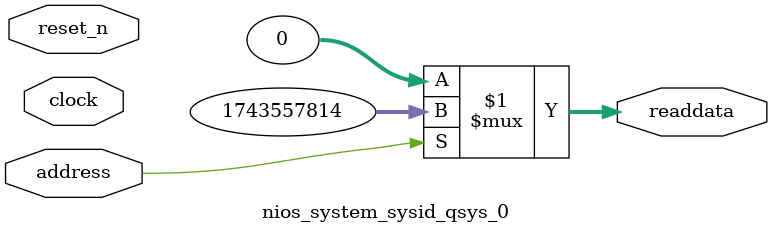
<source format=v>



// synthesis translate_off
`timescale 1ns / 1ps
// synthesis translate_on

// turn off superfluous verilog processor warnings 
// altera message_level Level1 
// altera message_off 10034 10035 10036 10037 10230 10240 10030 

module nios_system_sysid_qsys_0 (
               // inputs:
                address,
                clock,
                reset_n,

               // outputs:
                readdata
             )
;

  output  [ 31: 0] readdata;
  input            address;
  input            clock;
  input            reset_n;

  wire    [ 31: 0] readdata;
  //control_slave, which is an e_avalon_slave
  assign readdata = address ? 1743557814 : 0;

endmodule



</source>
